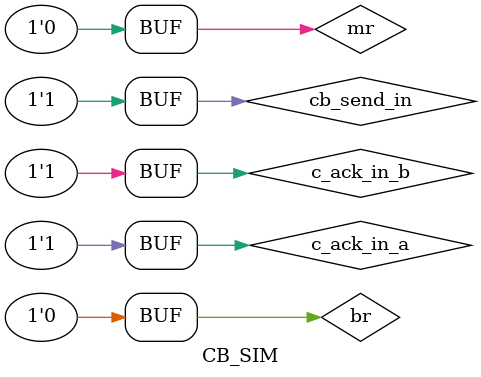
<source format=v>
`timescale 1ns / 100ps
module CB_SIM();
reg cb_send_in, mr, br, c_ack_in_a, c_ack_in_b;
wire cb_send_out_a, cb_send_out_b, cb_ack_in_a, cb_ack_in_b, cb_ack_out, c_send_out_a, c_send_out_b, cp_a, cp_b, cb_cp;
C c_a(.Send_in(cb_send_out_a), .Ack_in(c_ack_in_a), .MR(mr), .Ack_out(cb_ack_in_a), .Send_out(c_send_out_a), .CP(cp_a));
C c_b(.Send_in(cb_send_out_b), .Ack_in(c_ack_in_b), .MR(mr), .Ack_out(cb_ack_in_b), .Send_out(c_send_out_b), .CP(cp_b));
CB cb0(.CB_Send_in(cb_send_in), .CB_Ack_in_a(cb_ack_in_a), .CB_Ack_in_b(cb_ack_in_b), .MR(mr), .Br(br),
       .CB_Ack_out(cb_ack_out), .CB_Send_out_a(cb_send_out_a), .CB_Send_out_b(cb_send_out_b), .CB_CP(cb_cp));

initial begin
    cb_send_in = 1;
    c_ack_in_a = 1;
    c_ack_in_b = 1;
    //ce_ack_in = 1;
    br = 0;
    mr = 1;
#100 mr = 0;
#11  cb_send_in = 0;
#11  cb_send_in = 1;
//#11   ce_ack_in = 0;
end

endmodule
</source>
